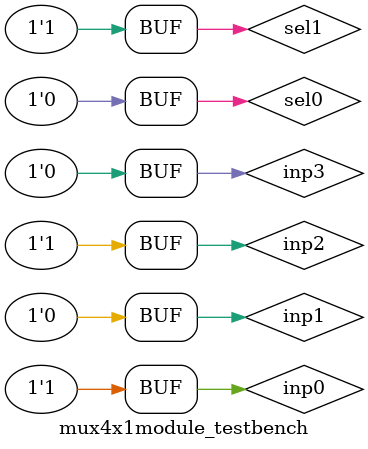
<source format=v>

`timescale 1ns/1ps

module mux4x1module_testbench();   //module mux4X1module(result, inp0, inp1, inp2, inp3, sel1, sel0);
reg inp0, inp1, inp2, inp3, sel1, sel0;
wire result;

mux4x1module dut(.inp0(inp0), .inp1(inp1), .inp2(inp2), .inp3(inp3), .sel1(sel1), .sel0(sel0), .result(result));
initial begin
		inp0 =1'b0; inp1=1'b0; inp2=1'b0;  inp3 = 1'b0; sel1 = 1'b0; sel0 = 1'b0;
		#0.1;
		inp0 =1'b0; inp1=1'b0; inp2=1'b0;  inp3 = 1'b1; sel1 = 1'b0; sel0 = 1'b1;
		#0.1;
		inp0 =1'b0; inp1=1'b0; inp2=1'b1;  inp3 = 1'b0; sel1 = 1'b1; sel0 = 1'b0;
		#0.1; 
		inp0 =1'b0; inp1=1'b0; inp2=1'b1;  inp3 = 1'b1; sel1 = 1'b1; sel0 = 1'b1;
		#0.1;
		inp0 =1'b0; inp1=1'b1; inp2=1'b0;  inp3 = 1'b0; sel1 = 1'b0; sel0 = 1'b0;
		#0.1;
		inp0 =1'b1; inp1=1'b0; inp2=1'b0;  inp3 = 1'b1; sel1 = 1'b0; sel0 = 1'b1;//Ahead
		#0.1;
		inp0 =1'b1; inp1=1'b0; inp2=1'b1;  inp3 = 1'b0; sel1 = 1'b1; sel0 = 1'b0;//Ahead
		#0.1;
end
	
initial
	begin
		$monitor("Simulation Time = %g, inp0 = %b, inp1=%b, inp2=%b, inp3=%b, sel1=%b, sel0=%b, result = %b", $time,inp0, inp1, inp2, inp3, sel1, sel0,result);
	end
endmodule
</source>
